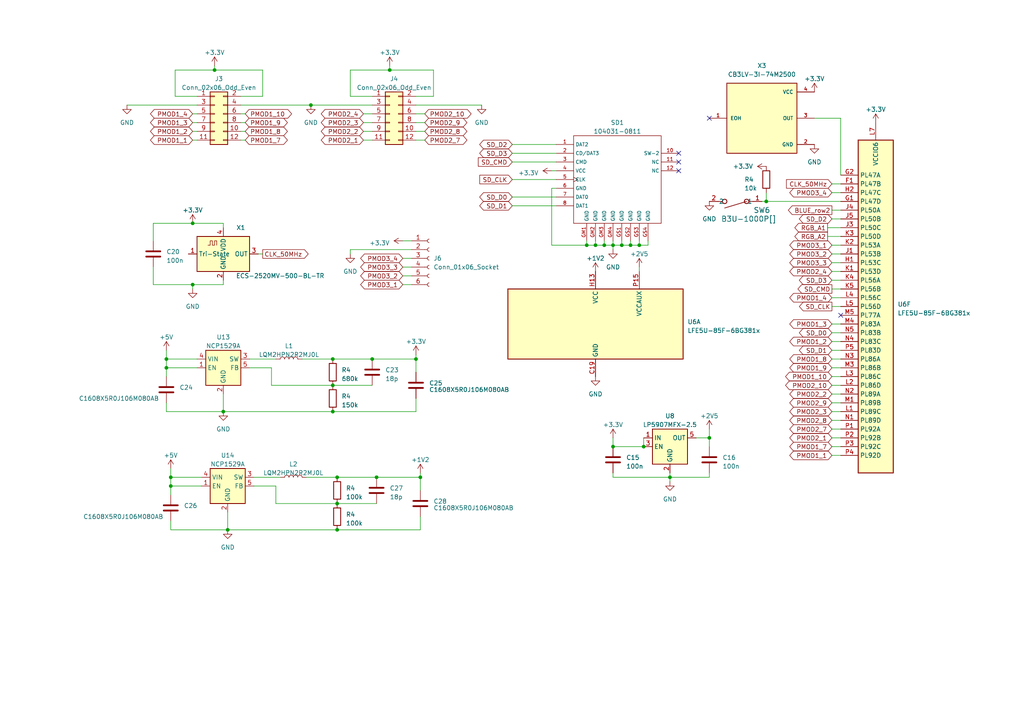
<source format=kicad_sch>
(kicad_sch (version 20230121) (generator eeschema)
  (paper "A4")
  (junction (at 120.65 104.14))
  (junction (at 180.34 71.12))
  (junction (at 194.31 138.43))
  (junction (at 222.25 58.42))
  (junction (at 177.8 71.12))
  (junction (at 113.03 20.32))
  (junction (at 96.52 111.76))
  (junction (at 185.42 71.12))
  (junction (at 121.92 138.43))
  (junction (at 177.8 129.54))
  (junction (at 48.26 104.14))
  (junction (at 186.69 129.54))
  (junction (at 97.79 138.43))
  (junction (at 49.53 138.43))
  (junction (at 96.52 119.38))
  (junction (at 90.17 30.48))
  (junction (at 109.22 138.43))
  (junction (at 64.77 119.38))
  (junction (at 66.04 153.67))
  (junction (at 97.79 146.05))
  (junction (at 107.95 104.14))
  (junction (at 172.72 71.12))
  (junction (at 49.53 140.97))
  (junction (at 205.74 127))
  (junction (at 170.18 71.12))
  (junction (at 62.23 20.32))
  (junction (at 182.88 71.12))
  (junction (at 55.88 64.77))
  (junction (at 97.79 153.67))
  (junction (at 96.52 104.14))
  (junction (at 48.26 106.68))
  (junction (at 55.88 82.55))
  (junction (at 175.26 71.12))
  (no_connect (at 243.84 91.44))
  (no_connect (at 196.85 44.45))
  (no_connect (at 196.85 49.53))
  (no_connect (at 205.74 34.29))
  (no_connect (at 196.85 46.99))
  (wire (pts (xy 49.53 135.89) (xy 49.53 138.43)))
  (wire (pts (xy 97.79 146.05) (xy 109.22 146.05)))
  (wire (pts (xy 243.84 34.29) (xy 243.84 50.8)))
  (wire (pts (xy 241.3 53.34) (xy 243.84 53.34)))
  (wire (pts (xy 241.3 78.74) (xy 243.84 78.74)))
  (wire (pts (xy 73.66 138.43) (xy 81.28 138.43)))
  (wire (pts (xy 64.77 119.38) (xy 96.52 119.38)))
  (wire (pts (xy 241.3 86.36) (xy 243.84 86.36)))
  (wire (pts (xy 73.66 140.97) (xy 80.01 140.97)))
  (wire (pts (xy 148.59 46.99) (xy 161.29 46.99)))
  (wire (pts (xy 205.74 138.43) (xy 194.31 138.43)))
  (wire (pts (xy 116.84 74.93) (xy 119.38 74.93)))
  (wire (pts (xy 121.92 138.43) (xy 109.22 138.43)))
  (wire (pts (xy 69.85 40.64) (xy 71.12 40.64)))
  (wire (pts (xy 241.3 124.46) (xy 243.84 124.46)))
  (wire (pts (xy 187.96 71.12) (xy 185.42 71.12)))
  (wire (pts (xy 205.74 127) (xy 205.74 129.54)))
  (wire (pts (xy 175.26 69.85) (xy 175.26 71.12)))
  (wire (pts (xy 175.26 71.12) (xy 172.72 71.12)))
  (wire (pts (xy 240.03 68.58) (xy 243.84 68.58)))
  (wire (pts (xy 125.73 20.32) (xy 125.73 27.94)))
  (wire (pts (xy 97.79 138.43) (xy 109.22 138.43)))
  (wire (pts (xy 241.3 114.3) (xy 243.84 114.3)))
  (wire (pts (xy 49.53 138.43) (xy 49.53 140.97)))
  (wire (pts (xy 241.3 129.54) (xy 243.84 129.54)))
  (wire (pts (xy 205.74 137.16) (xy 205.74 138.43)))
  (wire (pts (xy 240.03 66.04) (xy 243.84 66.04)))
  (wire (pts (xy 241.3 55.88) (xy 243.84 55.88)))
  (wire (pts (xy 58.42 140.97) (xy 49.53 140.97)))
  (wire (pts (xy 116.84 77.47) (xy 119.38 77.47)))
  (wire (pts (xy 170.18 71.12) (xy 170.18 69.85)))
  (wire (pts (xy 120.65 115.57) (xy 120.65 119.38)))
  (wire (pts (xy 55.88 64.77) (xy 44.45 64.77)))
  (wire (pts (xy 55.88 38.1) (xy 57.15 38.1)))
  (wire (pts (xy 185.42 69.85) (xy 185.42 71.12)))
  (wire (pts (xy 57.15 106.68) (xy 48.26 106.68)))
  (wire (pts (xy 90.17 30.48) (xy 107.95 30.48)))
  (wire (pts (xy 64.77 114.3) (xy 64.77 119.38)))
  (wire (pts (xy 241.3 121.92) (xy 243.84 121.92)))
  (wire (pts (xy 160.02 54.61) (xy 160.02 71.12)))
  (wire (pts (xy 76.2 20.32) (xy 76.2 27.94)))
  (wire (pts (xy 119.38 72.39) (xy 101.6 72.39)))
  (wire (pts (xy 107.95 27.94) (xy 101.6 27.94)))
  (wire (pts (xy 49.53 151.13) (xy 49.53 153.67)))
  (wire (pts (xy 194.31 138.43) (xy 194.31 137.16)))
  (wire (pts (xy 96.52 104.14) (xy 107.95 104.14)))
  (wire (pts (xy 241.3 93.98) (xy 243.84 93.98)))
  (wire (pts (xy 241.3 127) (xy 243.84 127)))
  (wire (pts (xy 72.39 104.14) (xy 80.01 104.14)))
  (wire (pts (xy 177.8 138.43) (xy 194.31 138.43)))
  (wire (pts (xy 55.88 40.64) (xy 57.15 40.64)))
  (wire (pts (xy 48.26 104.14) (xy 57.15 104.14)))
  (wire (pts (xy 120.65 102.87) (xy 120.65 104.14)))
  (wire (pts (xy 66.04 153.67) (xy 97.79 153.67)))
  (wire (pts (xy 177.8 69.85) (xy 177.8 71.12)))
  (wire (pts (xy 241.3 83.82) (xy 243.84 83.82)))
  (wire (pts (xy 177.8 71.12) (xy 175.26 71.12)))
  (wire (pts (xy 36.83 30.48) (xy 57.15 30.48)))
  (wire (pts (xy 116.84 82.55) (xy 119.38 82.55)))
  (wire (pts (xy 241.3 99.06) (xy 243.84 99.06)))
  (wire (pts (xy 185.42 77.47) (xy 185.42 78.74)))
  (wire (pts (xy 69.85 30.48) (xy 90.17 30.48)))
  (wire (pts (xy 49.53 138.43) (xy 58.42 138.43)))
  (wire (pts (xy 201.93 127) (xy 205.74 127)))
  (wire (pts (xy 78.74 106.68) (xy 78.74 111.76)))
  (wire (pts (xy 105.41 35.56) (xy 107.95 35.56)))
  (wire (pts (xy 69.85 38.1) (xy 71.12 38.1)))
  (wire (pts (xy 74.93 73.66) (xy 76.2 73.66)))
  (wire (pts (xy 236.22 34.29) (xy 243.84 34.29)))
  (wire (pts (xy 101.6 20.32) (xy 113.03 20.32)))
  (wire (pts (xy 241.3 81.28) (xy 243.84 81.28)))
  (wire (pts (xy 180.34 69.85) (xy 180.34 71.12)))
  (wire (pts (xy 120.65 33.02) (xy 123.19 33.02)))
  (wire (pts (xy 48.26 106.68) (xy 48.26 109.22)))
  (wire (pts (xy 87.63 104.14) (xy 96.52 104.14)))
  (wire (pts (xy 241.3 106.68) (xy 243.84 106.68)))
  (wire (pts (xy 69.85 35.56) (xy 71.12 35.56)))
  (wire (pts (xy 241.3 116.84) (xy 243.84 116.84)))
  (wire (pts (xy 241.3 96.52) (xy 243.84 96.52)))
  (wire (pts (xy 44.45 82.55) (xy 44.45 77.47)))
  (wire (pts (xy 101.6 27.94) (xy 101.6 20.32)))
  (wire (pts (xy 160.02 49.53) (xy 161.29 49.53)))
  (wire (pts (xy 172.72 69.85) (xy 172.72 71.12)))
  (wire (pts (xy 69.85 33.02) (xy 71.12 33.02)))
  (wire (pts (xy 185.42 71.12) (xy 182.88 71.12)))
  (wire (pts (xy 76.2 27.94) (xy 69.85 27.94)))
  (wire (pts (xy 120.65 104.14) (xy 107.95 104.14)))
  (wire (pts (xy 241.3 60.96) (xy 243.84 60.96)))
  (wire (pts (xy 50.8 20.32) (xy 62.23 20.32)))
  (wire (pts (xy 48.26 101.6) (xy 48.26 104.14)))
  (wire (pts (xy 241.3 111.76) (xy 243.84 111.76)))
  (wire (pts (xy 241.3 63.5) (xy 243.84 63.5)))
  (wire (pts (xy 222.25 58.42) (xy 243.84 58.42)))
  (wire (pts (xy 148.59 52.07) (xy 161.29 52.07)))
  (wire (pts (xy 220.98 58.42) (xy 222.25 58.42)))
  (wire (pts (xy 241.3 132.08) (xy 243.84 132.08)))
  (wire (pts (xy 113.03 20.32) (xy 125.73 20.32)))
  (wire (pts (xy 105.41 38.1) (xy 107.95 38.1)))
  (wire (pts (xy 148.59 44.45) (xy 161.29 44.45)))
  (wire (pts (xy 241.3 104.14) (xy 243.84 104.14)))
  (wire (pts (xy 64.77 81.28) (xy 64.77 82.55)))
  (wire (pts (xy 49.53 140.97) (xy 49.53 143.51)))
  (wire (pts (xy 120.65 119.38) (xy 96.52 119.38)))
  (wire (pts (xy 72.39 106.68) (xy 78.74 106.68)))
  (wire (pts (xy 96.52 111.76) (xy 107.95 111.76)))
  (wire (pts (xy 121.92 137.16) (xy 121.92 138.43)))
  (wire (pts (xy 177.8 137.16) (xy 177.8 138.43)))
  (wire (pts (xy 55.88 33.02) (xy 57.15 33.02)))
  (wire (pts (xy 121.92 149.86) (xy 121.92 153.67)))
  (wire (pts (xy 194.31 139.7) (xy 194.31 138.43)))
  (wire (pts (xy 125.73 27.94) (xy 120.65 27.94)))
  (wire (pts (xy 116.84 80.01) (xy 119.38 80.01)))
  (wire (pts (xy 241.3 88.9) (xy 243.84 88.9)))
  (wire (pts (xy 80.01 140.97) (xy 80.01 146.05)))
  (wire (pts (xy 182.88 69.85) (xy 182.88 71.12)))
  (wire (pts (xy 55.88 82.55) (xy 44.45 82.55)))
  (wire (pts (xy 241.3 101.6) (xy 243.84 101.6)))
  (wire (pts (xy 55.88 82.55) (xy 55.88 83.82)))
  (wire (pts (xy 66.04 148.59) (xy 66.04 153.67)))
  (wire (pts (xy 113.03 19.05) (xy 113.03 20.32)))
  (wire (pts (xy 50.8 27.94) (xy 50.8 20.32)))
  (wire (pts (xy 241.3 119.38) (xy 243.84 119.38)))
  (wire (pts (xy 48.26 116.84) (xy 48.26 119.38)))
  (wire (pts (xy 78.74 111.76) (xy 96.52 111.76)))
  (wire (pts (xy 241.3 109.22) (xy 243.84 109.22)))
  (wire (pts (xy 64.77 82.55) (xy 55.88 82.55)))
  (wire (pts (xy 62.23 20.32) (xy 76.2 20.32)))
  (wire (pts (xy 105.41 40.64) (xy 107.95 40.64)))
  (wire (pts (xy 241.3 71.12) (xy 243.84 71.12)))
  (wire (pts (xy 105.41 33.02) (xy 107.95 33.02)))
  (wire (pts (xy 121.92 142.24) (xy 121.92 138.43)))
  (wire (pts (xy 120.65 40.64) (xy 123.19 40.64)))
  (wire (pts (xy 177.8 129.54) (xy 186.69 129.54)))
  (wire (pts (xy 101.6 72.39) (xy 101.6 73.66)))
  (wire (pts (xy 48.26 119.38) (xy 64.77 119.38)))
  (wire (pts (xy 64.77 64.77) (xy 55.88 64.77)))
  (wire (pts (xy 120.65 35.56) (xy 123.19 35.56)))
  (wire (pts (xy 120.65 107.95) (xy 120.65 104.14)))
  (wire (pts (xy 177.8 127) (xy 177.8 129.54)))
  (wire (pts (xy 120.65 30.48) (xy 139.7 30.48)))
  (wire (pts (xy 116.84 69.85) (xy 119.38 69.85)))
  (wire (pts (xy 187.96 69.85) (xy 187.96 71.12)))
  (wire (pts (xy 80.01 146.05) (xy 97.79 146.05)))
  (wire (pts (xy 222.25 55.88) (xy 222.25 58.42)))
  (wire (pts (xy 55.88 35.56) (xy 57.15 35.56)))
  (wire (pts (xy 205.74 124.46) (xy 205.74 127)))
  (wire (pts (xy 161.29 54.61) (xy 160.02 54.61)))
  (wire (pts (xy 64.77 66.04) (xy 64.77 64.77)))
  (wire (pts (xy 241.3 73.66) (xy 243.84 73.66)))
  (wire (pts (xy 241.3 76.2) (xy 243.84 76.2)))
  (wire (pts (xy 160.02 71.12) (xy 170.18 71.12)))
  (wire (pts (xy 177.8 71.12) (xy 177.8 72.39)))
  (wire (pts (xy 44.45 64.77) (xy 44.45 69.85)))
  (wire (pts (xy 186.69 127) (xy 186.69 129.54)))
  (wire (pts (xy 182.88 71.12) (xy 180.34 71.12)))
  (wire (pts (xy 57.15 27.94) (xy 50.8 27.94)))
  (wire (pts (xy 49.53 153.67) (xy 66.04 153.67)))
  (wire (pts (xy 148.59 59.69) (xy 161.29 59.69)))
  (wire (pts (xy 180.34 71.12) (xy 177.8 71.12)))
  (wire (pts (xy 148.59 57.15) (xy 161.29 57.15)))
  (wire (pts (xy 62.23 19.05) (xy 62.23 20.32)))
  (wire (pts (xy 148.59 41.91) (xy 161.29 41.91)))
  (wire (pts (xy 48.26 104.14) (xy 48.26 106.68)))
  (wire (pts (xy 120.65 38.1) (xy 123.19 38.1)))
  (wire (pts (xy 172.72 71.12) (xy 170.18 71.12)))
  (wire (pts (xy 88.9 138.43) (xy 97.79 138.43)))
  (wire (pts (xy 121.92 153.67) (xy 97.79 153.67)))
  (global_label "SD_D3" (shape bidirectional) (at 148.59 44.45 180) (property "Intersheetrefs" "${INTERSHEET_REFS}" (effects hide)))
  (global_label "SD_D1" (shape bidirectional) (at 241.3 101.6 180) (property "Intersheetrefs" "${INTERSHEET_REFS}" (effects hide)))
  (global_label "PMOD3_4" (shape bidirectional) (at 241.3 55.88 180) (property "Intersheetrefs" "${INTERSHEET_REFS}" (effects hide)))
  (global_label "PMOD1_10" (shape bidirectional) (at 71.12 33.02 0) (property "Intersheetrefs" "${INTERSHEET_REFS}" (effects hide)))
  (global_label "PMOD1_8" (shape bidirectional) (at 241.3 104.14 180) (property "Intersheetrefs" "${INTERSHEET_REFS}" (effects hide)))
  (global_label "CLK_50MHz" (shape output) (at 76.2 73.66 0) (property "Intersheetrefs" "${INTERSHEET_REFS}" (effects hide)))
  (global_label "PMOD2_8" (shape bidirectional) (at 241.3 121.92 180) (property "Intersheetrefs" "${INTERSHEET_REFS}" (effects hide)))
  (global_label "SD_D2" (shape bidirectional) (at 148.59 41.91 180) (property "Intersheetrefs" "${INTERSHEET_REFS}" (effects hide)))
  (global_label "PMOD1_1" (shape bidirectional) (at 241.3 132.08 180) (property "Intersheetrefs" "${INTERSHEET_REFS}" (effects hide)))
  (global_label "SD_CLK" (shape input) (at 148.59 52.07 180) (property "Intersheetrefs" "${INTERSHEET_REFS}" (effects hide)))
  (global_label "PMOD2_1" (shape bidirectional) (at 241.3 127 180) (property "Intersheetrefs" "${INTERSHEET_REFS}" (effects hide)))
  (global_label "SD_D1" (shape bidirectional) (at 148.59 59.69 180) (property "Intersheetrefs" "${INTERSHEET_REFS}" (effects hide)))
  (global_label "PMOD3_3" (shape bidirectional) (at 241.3 76.2 180) (property "Intersheetrefs" "${INTERSHEET_REFS}" (effects hide)))
  (global_label "RGB_A1" (shape output) (at 240.03 66.04 180) (property "Intersheetrefs" "${INTERSHEET_REFS}" (effects hide)))
  (global_label "SD_CLK" (shape output) (at 241.3 88.9 180) (property "Intersheetrefs" "${INTERSHEET_REFS}" (effects hide)))
  (global_label "PMOD2_4" (shape bidirectional) (at 105.41 33.02 180) (property "Intersheetrefs" "${INTERSHEET_REFS}" (effects hide)))
  (global_label "PMOD2_4" (shape bidirectional) (at 241.3 78.74 180) (property "Intersheetrefs" "${INTERSHEET_REFS}" (effects hide)))
  (global_label "PMOD2_8" (shape bidirectional) (at 123.19 38.1 0) (property "Intersheetrefs" "${INTERSHEET_REFS}" (effects hide)))
  (global_label "PMOD2_2" (shape bidirectional) (at 105.41 38.1 180) (property "Intersheetrefs" "${INTERSHEET_REFS}" (effects hide)))
  (global_label "PMOD2_9" (shape bidirectional) (at 123.19 35.56 0) (property "Intersheetrefs" "${INTERSHEET_REFS}" (effects hide)))
  (global_label "PMOD1_7" (shape bidirectional) (at 71.12 40.64 0) (property "Intersheetrefs" "${INTERSHEET_REFS}" (effects hide)))
  (global_label "PMOD2_7" (shape bidirectional) (at 123.19 40.64 0) (property "Intersheetrefs" "${INTERSHEET_REFS}" (effects hide)))
  (global_label "PMOD1_3" (shape bidirectional) (at 55.88 35.56 180) (property "Intersheetrefs" "${INTERSHEET_REFS}" (effects hide)))
  (global_label "PMOD2_10" (shape bidirectional) (at 241.3 111.76 180) (property "Intersheetrefs" "${INTERSHEET_REFS}" (effects hide)))
  (global_label "PMOD1_7" (shape bidirectional) (at 241.3 129.54 180) (property "Intersheetrefs" "${INTERSHEET_REFS}" (effects hide)))
  (global_label "PMOD3_3" (shape bidirectional) (at 116.84 77.47 180) (property "Intersheetrefs" "${INTERSHEET_REFS}" (effects hide)))
  (global_label "RGB_A2" (shape output) (at 240.03 68.58 180) (property "Intersheetrefs" "${INTERSHEET_REFS}" (effects hide)))
  (global_label "PMOD2_3" (shape bidirectional) (at 241.3 119.38 180) (property "Intersheetrefs" "${INTERSHEET_REFS}" (effects hide)))
  (global_label "PMOD1_9" (shape bidirectional) (at 71.12 35.56 0) (property "Intersheetrefs" "${INTERSHEET_REFS}" (effects hide)))
  (global_label "SD_CMD" (shape input) (at 148.59 46.99 180) (property "Intersheetrefs" "${INTERSHEET_REFS}" (effects hide)))
  (global_label "PMOD1_4" (shape bidirectional) (at 55.88 33.02 180) (property "Intersheetrefs" "${INTERSHEET_REFS}" (effects hide)))
  (global_label "SD_D3" (shape bidirectional) (at 241.3 81.28 180) (property "Intersheetrefs" "${INTERSHEET_REFS}" (effects hide)))
  (global_label "PMOD3_1" (shape bidirectional) (at 241.3 71.12 180) (property "Intersheetrefs" "${INTERSHEET_REFS}" (effects hide)))
  (global_label "SD_D0" (shape bidirectional) (at 241.3 96.52 180) (property "Intersheetrefs" "${INTERSHEET_REFS}" (effects hide)))
  (global_label "PMOD2_10" (shape bidirectional) (at 123.19 33.02 0) (property "Intersheetrefs" "${INTERSHEET_REFS}" (effects hide)))
  (global_label "PMOD2_2" (shape bidirectional) (at 241.3 114.3 180) (property "Intersheetrefs" "${INTERSHEET_REFS}" (effects hide)))
  (global_label "PMOD3_1" (shape bidirectional) (at 116.84 82.55 180) (property "Intersheetrefs" "${INTERSHEET_REFS}" (effects hide)))
  (global_label "PMOD1_1" (shape bidirectional) (at 55.88 40.64 180) (property "Intersheetrefs" "${INTERSHEET_REFS}" (effects hide)))
  (global_label "PMOD1_8" (shape bidirectional) (at 71.12 38.1 0) (property "Intersheetrefs" "${INTERSHEET_REFS}" (effects hide)))
  (global_label "PMOD3_4" (shape bidirectional) (at 116.84 74.93 180) (property "Intersheetrefs" "${INTERSHEET_REFS}" (effects hide)))
  (global_label "PMOD1_4" (shape bidirectional) (at 241.3 86.36 180) (property "Intersheetrefs" "${INTERSHEET_REFS}" (effects hide)))
  (global_label "PMOD3_2" (shape bidirectional) (at 241.3 73.66 180) (property "Intersheetrefs" "${INTERSHEET_REFS}" (effects hide)))
  (global_label "SD_CMD" (shape output) (at 241.3 83.82 180) (property "Intersheetrefs" "${INTERSHEET_REFS}" (effects hide)))
  (global_label "SD_D2" (shape bidirectional) (at 241.3 63.5 180) (property "Intersheetrefs" "${INTERSHEET_REFS}" (effects hide)))
  (global_label "PMOD1_10" (shape bidirectional) (at 241.3 109.22 180) (property "Intersheetrefs" "${INTERSHEET_REFS}" (effects hide)))
  (global_label "PMOD2_1" (shape bidirectional) (at 105.41 40.64 180) (property "Intersheetrefs" "${INTERSHEET_REFS}" (effects hide)))
  (global_label "PMOD3_2" (shape bidirectional) (at 116.84 80.01 180) (property "Intersheetrefs" "${INTERSHEET_REFS}" (effects hide)))
  (global_label "PMOD1_9" (shape bidirectional) (at 241.3 106.68 180) (property "Intersheetrefs" "${INTERSHEET_REFS}" (effects hide)))
  (global_label "CLK_50MHz" (shape input) (at 241.3 53.34 180) (property "Intersheetrefs" "${INTERSHEET_REFS}" (effects hide)))
  (global_label "PMOD1_3" (shape bidirectional) (at 241.3 93.98 180) (property "Intersheetrefs" "${INTERSHEET_REFS}" (effects hide)))
  (global_label "SD_D0" (shape bidirectional) (at 148.59 57.15 180) (property "Intersheetrefs" "${INTERSHEET_REFS}" (effects hide)))
  (global_label "PMOD1_2" (shape bidirectional) (at 241.3 99.06 180) (property "Intersheetrefs" "${INTERSHEET_REFS}" (effects hide)))
  (global_label "BLUE_row2" (shape output) (at 241.3 60.96 180) (property "Intersheetrefs" "${INTERSHEET_REFS}" (effects hide)))
  (global_label "PMOD2_9" (shape bidirectional) (at 241.3 116.84 180) (property "Intersheetrefs" "${INTERSHEET_REFS}" (effects hide)))
  (global_label "PMOD2_7" (shape bidirectional) (at 241.3 124.46 180) (property "Intersheetrefs" "${INTERSHEET_REFS}" (effects hide)))
  (global_label "PMOD1_2" (shape bidirectional) (at 55.88 38.1 180) (property "Intersheetrefs" "${INTERSHEET_REFS}" (effects hide)))
  (global_label "PMOD2_3" (shape bidirectional) (at 105.41 35.56 180) (property "Intersheetrefs" "${INTERSHEET_REFS}" (effects hide)))
  (symbol (lib_id "power:+3.3V") (at 116.84 69.85 90) (unit 1)
    (property "Reference" "#PWR052" (effects hide))
    (property "Value" "+3.3V" (at 113.03 70.485 90) (effects (justify left)))
  )
  (symbol (lib_id "Device:R") (at 222.25 52.07 0) (unit 1)
    (property "Reference" "R4" (at 215.9 52.07 0) (effects (justify left)))
    (property "Value" "10k" (at 215.9 54.61 0) (effects (justify left)))
    (property "Footprint" "Resistor_SMD:R_0402_1005Metric" (effects hide))
    (instances (project "gecko5education" (path "" (reference "R4") (unit 1)) (path "" (reference "R4") (unit 1)) (path "" (reference "R16") (unit 1))))
  )
  (symbol (lib_id "power:+3.3V") (at 160.02 49.53 90) (unit 1)
    (property "Reference" "#PWR055" (effects hide))
    (property "Value" "+3.3V" (at 156.21 50.165 90) (effects (justify left)))
  )
  (symbol (lib_id "power:GND") (at 101.6 73.66 0) (unit 1)
    (property "Reference" "#PWR053" (effects hide))
    (property "Value" "GND" (at 101.6 78.74 0))
  )
  (symbol (lib_id "Device:C") (at 44.45 73.66 0) (unit 1)
    (property "Reference" "C20" (at 48.26 73.025 0) (effects (justify left)))
    (property "Value" "100n" (at 48.26 75.565 0) (effects (justify left)))
    (property "Footprint" "Capacitor_SMD:C_0402_1005Metric" (effects hide))
  )
  (symbol (lib_id "power:GND") (at 55.88 83.82 0) (unit 1)
    (property "Reference" "#PWR051" (effects hide))
    (property "Value" "GND" (at 55.88 88.9 0))
  )
  (symbol (lib_id "Oscillator:ECS-2520MV-xxx-xx") (at 64.77 73.66 0) (unit 1)
    (property "Reference" "X1" (at 69.85 66.04 0))
    (property "Value" "ECS-2520MV-500-BL-TR" (at 81.28 80.01 0))
    (property "Footprint" "Oscillator:Oscillator_SMD_ECS_2520MV-xxx-xx-4Pin_2.5x2.0mm" (effects hide))
    (property "Datasheet" "https://www.ecsxtal.com/store/pdf/ECS-2520MV.pdf" (effects hide))
    (instances (project "gecko5education" (path "" (reference "X1") (unit 1)) (path "" (reference "X2") (unit 1))))
  )
  (symbol (lib_id "Connector:Conn_01x06_Socket") (at 124.46 74.93 0) (unit 1)
    (property "Reference" "J6" (at 125.73 74.93 0) (effects (justify left)))
    (property "Value" "Conn_01x06_Socket" (at 125.73 77.47 0) (effects (justify left)))
    (property "Footprint" "Connector_PinSocket_2.54mm:PinSocket_1x06_P2.54mm_Horizontal" (effects hide))
  )
  (symbol (lib_id "power:GND") (at 236.22 41.91 0) (unit 1)
    (property "Reference" "#PWR077" (effects hide))
    (property "Value" "GND" (at 236.22 46.99 0))
  )
  (symbol (lib_id "power:+3.3V") (at 222.25 48.26 90) (unit 1)
    (property "Reference" "#PWR095" (effects hide))
    (property "Value" "+3.3V" (at 218.44 48.26 90) (effects (justify left)))
  )
  (symbol (lib_id "Connector_Generic:Conn_02x06_Odd_Even") (at 113.03 33.02 0) (unit 1)
    (property "Reference" "J4" (at 114.3 22.86 0))
    (property "Value" "Conn_02x06_Odd_Even" (at 114.3 25.4 0))
    (property "Footprint" "Connector_PinSocket_2.54mm:PinSocket_2x06_P2.54mm_Horizontal" (effects hide))
  )
  (symbol (lib_id "gecko5education:CB3LV-3I-74M2500") (at 220.98 34.29 0) (unit 1)
    (property "Reference" "X3" (at 220.98 19.05 0))
    (property "Value" "CB3LV-3I-74M2500" (at 220.98 21.59 0))
    (property "Footprint" "gecko4education:OSCCC700X500X180-4N" (effects hide))
    (property "SnapEDA_Link" "https://www.snapeda.com/parts/CB3LV-3I-74M2500/CTS-Frequency+Controls/view-part/?ref=snap" (effects hide))
    (property "Description" "\n74.25 MHz XO (Standard) HCMOS, TTL Oscillator 3.3V Enable/Disable 4-SMD, No Lead\n" (effects hide))
    (property "Package" "SMD-4 CTS Electronic Components" (effects hide))
    (property "Check_prices" "https://www.snapeda.com/parts/CB3LV-3I-74M2500/CTS-Frequency+Controls/view-part/?ref=eda" (effects hide))
    (property "MF" "CTS-Frequency" (effects hide))
    (property "MP" "CB3LV-3I-74M2500" (effects hide))
    (property "MANUFACTURER" "CTS Electronic Components" (effects hide))
  )
  (symbol (lib_id "power:+1V2") (at 172.72 78.74 0) (unit 1)
    (property "Reference" "#PWR088" (effects hide))
    (property "Value" "+1V2" (at 172.72 74.93 0))
  )
  (symbol (lib_id "Device:L") (at 85.09 138.43 90) (unit 1)
    (property "Reference" "L2" (at 85.09 134.62 90))
    (property "Value" "LQM2HPN2R2MJ0L" (at 85.09 137.16 90))
    (property "Footprint" "gecko4education:INDUCTOR" (effects hide))
  )
  (symbol (lib_id "FPGA_Lattice:LFE5U-85F-6BG381x") (at 254 88.9 0) (unit 6)
    (property "Reference" "U6" (at 260.35 88.265 0) (effects (justify left)))
    (property "Value" "LFE5U-85F-6BG381x" (at 260.35 90.805 0) (effects (justify left)))
    (property "Footprint" "Package_BGA:Lattice_caBGA-381_17.0x17.0mm_Layout20x20_P0.8mm_Ball0.4mm_Pad0.4mm_NSMD" (effects hide))
    (property "Datasheet" "https://www.latticesemi.com/view_document?document_id=50461" (effects hide))
  )
  (symbol (lib_id "power:+2V5") (at 185.42 77.47 0) (unit 1)
    (property "Reference" "#PWR039" (effects hide))
    (property "Value" "+2V5" (at 185.42 73.66 0))
  )
  (symbol (lib_id "Device:C") (at 177.8 133.35 0) (unit 1)
    (property "Reference" "C15" (at 181.61 132.715 0) (effects (justify left)))
    (property "Value" "100n" (at 181.61 135.255 0) (effects (justify left)))
    (property "Footprint" "Capacitor_SMD:C_0402_1005Metric" (effects hide))
  )
  (symbol (lib_id "power:GND") (at 194.31 139.7 0) (unit 1)
    (property "Reference" "#PWR036" (effects hide))
    (property "Value" "GND" (at 194.31 144.78 0))
  )
  (symbol (lib_id "Regulator_Switching:NCP1529A") (at 66.04 140.97 0) (unit 1)
    (property "Reference" "U14" (at 66.04 132.08 0))
    (property "Value" "NCP1529A" (at 66.04 134.62 0))
    (property "Footprint" "Package_TO_SOT_SMD:SOT-23-5" (effects hide))
    (property "Datasheet" "https://www.onsemi.com/pub/Collateral/NCP1529-D.PDF" (effects hide))
  )
  (symbol (lib_id "Device:C") (at 205.74 133.35 0) (unit 1)
    (property "Reference" "C16" (at 209.55 132.715 0) (effects (justify left)))
    (property "Value" "100n" (at 209.55 135.255 0) (effects (justify left)))
    (property "Footprint" "Capacitor_SMD:C_0402_1005Metric" (effects hide))
  )
  (symbol (lib_id "power:GND") (at 66.04 153.67 0) (unit 1)
    (property "Reference" "#PWR086" (effects hide))
    (property "Value" "GND" (at 66.04 158.75 0))
  )
  (symbol (lib_id "Device:R") (at 96.52 107.95 0) (unit 1)
    (property "Reference" "R4" (at 99.06 107.315 0) (effects (justify left)))
    (property "Value" "680k" (at 99.06 109.855 0) (effects (justify left)))
    (property "Footprint" "Resistor_SMD:R_0402_1005Metric" (effects hide))
    (instances (project "gecko5education" (path "" (reference "R4") (unit 1)) (path "" (reference "R4") (unit 1)) (path "" (reference "R110") (unit 1))))
  )
  (symbol (lib_id "Connector_Generic:Conn_02x06_Odd_Even") (at 62.23 33.02 0) (unit 1)
    (property "Reference" "J3" (at 63.5 22.86 0))
    (property "Value" "Conn_02x06_Odd_Even" (at 63.5 25.4 0))
    (property "Footprint" "Connector_PinSocket_2.54mm:PinSocket_2x06_P2.54mm_Horizontal" (effects hide))
  )
  (symbol (lib_id "Device:R") (at 97.79 149.86 0) (unit 1)
    (property "Reference" "R4" (at 100.33 149.225 0) (effects (justify left)))
    (property "Value" "100k" (at 100.33 151.765 0) (effects (justify left)))
    (property "Footprint" "Resistor_SMD:R_0402_1005Metric" (effects hide))
    (instances (project "gecko5education" (path "" (reference "R4") (unit 1)) (path "" (reference "R4") (unit 1)) (path "" (reference "R113") (unit 1))))
  )
  (symbol (lib_id "power:GND") (at 139.7 30.48 0) (unit 1)
    (property "Reference" "#PWR033" (effects hide))
    (property "Value" "GND" (at 139.7 35.56 0))
  )
  (symbol (lib_id "Device:R") (at 97.79 142.24 0) (unit 1)
    (property "Reference" "R4" (at 100.33 141.605 0) (effects (justify left)))
    (property "Value" "100k" (at 100.33 144.145 0) (effects (justify left)))
    (property "Footprint" "Resistor_SMD:R_0402_1005Metric" (effects hide))
    (instances (project "gecko5education" (path "" (reference "R4") (unit 1)) (path "" (reference "R4") (unit 1)) (path "" (reference "R112") (unit 1))))
  )
  (symbol (lib_id "power:GND") (at 177.8 72.39 0) (unit 1)
    (property "Reference" "#PWR054" (effects hide))
    (property "Value" "GND" (at 177.8 77.47 0))
  )
  (symbol (lib_id "power:GND") (at 36.83 30.48 0) (unit 1)
    (property "Reference" "#PWR032" (effects hide))
    (property "Value" "GND" (at 36.83 35.56 0))
  )
  (symbol (lib_id "power:+2V5") (at 205.74 124.46 0) (unit 1)
    (property "Reference" "#PWR038" (effects hide))
    (property "Value" "+2V5" (at 205.74 120.65 0))
  )
  (symbol (lib_id "gecko5education:micro_sd") (at 179.07 41.91 0) (unit 1)
    (property "Reference" "SD1" (at 179.07 35.56 0))
    (property "Value" "104031-0811" (at 179.07 38.1 0))
    (property "Footprint" "gecko4education:microsd" (effects hide))
  )
  (symbol (lib_id "Device:C") (at 48.26 113.03 0) (unit 1)
    (property "Reference" "C24" (at 52.07 112.395 0) (effects (justify left)))
    (property "Value" "C1608X5R0J106M080AB" (at 22.86 115.57 0) (effects (justify left)))
    (property "Footprint" "Capacitor_SMD:C_0603_1608Metric" (effects hide))
  )
  (symbol (lib_id "power:GND") (at 172.72 109.22 0) (unit 1)
    (property "Reference" "#PWR035" (effects hide))
    (property "Value" "GND" (at 172.72 114.3 0))
  )
  (symbol (lib_id "power:+3.3V") (at 55.88 64.77 0) (unit 1)
    (property "Reference" "#PWR050" (effects hide))
    (property "Value" "+3.3V" (at 55.88 60.96 0))
  )
  (symbol (lib_id "power:GND") (at 64.77 119.38 0) (unit 1)
    (property "Reference" "#PWR082" (effects hide))
    (property "Value" "GND" (at 64.77 124.46 0))
  )
  (symbol (lib_id "Device:C") (at 120.65 111.76 0) (unit 1)
    (property "Reference" "C25" (at 124.46 111.125 0) (effects (justify left)))
    (property "Value" "C1608X5R0J106M080AB" (at 124.46 113.03 0) (effects (justify left)))
    (property "Footprint" "Capacitor_SMD:C_0603_1608Metric" (effects hide))
  )
  (symbol (lib_id "power:GND") (at 90.17 30.48 0) (unit 1)
    (property "Reference" "#PWR031" (effects hide))
    (property "Value" "GND" (at 90.17 35.56 0))
  )
  (symbol (lib_id "power:+1V2") (at 121.92 137.16 0) (unit 1)
    (property "Reference" "#PWR087" (effects hide))
    (property "Value" "+1V2" (at 121.92 133.35 0))
  )
  (symbol (lib_id "Device:R") (at 96.52 115.57 0) (unit 1)
    (property "Reference" "R4" (at 99.06 114.935 0) (effects (justify left)))
    (property "Value" "150k" (at 99.06 117.475 0) (effects (justify left)))
    (property "Footprint" "Resistor_SMD:R_0402_1005Metric" (effects hide))
    (instances (project "gecko5education" (path "" (reference "R4") (unit 1)) (path "" (reference "R4") (unit 1)) (path "" (reference "R111") (unit 1))))
  )
  (symbol (lib_id "power:+3.3V") (at 177.8 127 0) (unit 1)
    (property "Reference" "#PWR037" (effects hide))
    (property "Value" "+3.3V" (at 177.8 123.19 0))
  )
  (symbol (lib_id "Regulator_Linear:LP5907MFX-2.5") (at 194.31 129.54 0) (unit 1)
    (property "Reference" "U8" (at 194.31 120.65 0))
    (property "Value" "LP5907MFX-2.5" (at 194.31 123.19 0))
    (property "Footprint" "Package_TO_SOT_SMD:SOT-23-5" (effects hide))
    (property "Datasheet" "http://www.ti.com/lit/ds/symlink/lp5907.pdf" (effects hide))
  )
  (symbol (lib_id "power:+3.3V") (at 254 35.56 0) (unit 1)
    (property "Reference" "#PWR049" (effects hide))
    (property "Value" "+3.3V" (at 254 31.75 0))
  )
  (symbol (lib_id "power:+3.3V") (at 113.03 19.05 0) (unit 1)
    (property "Reference" "#PWR030" (effects hide))
    (property "Value" "+3.3V" (at 113.03 15.24 0))
  )
  (symbol (lib_id "power:GND") (at 205.74 58.42 0) (unit 1)
    (property "Reference" "#PWR093" (effects hide))
    (property "Value" "GND" (at 205.74 63.5 0))
  )
  (symbol (lib_id "Device:C") (at 49.53 147.32 0) (unit 1)
    (property "Reference" "C26" (at 53.34 146.685 0) (effects (justify left)))
    (property "Value" "C1608X5R0J106M080AB" (at 24.13 149.86 0) (effects (justify left)))
    (property "Footprint" "Capacitor_SMD:C_0603_1608Metric" (effects hide))
  )
  (symbol (lib_id "power:+3.3V") (at 120.65 102.87 0) (unit 1)
    (property "Reference" "#PWR084" (effects hide))
    (property "Value" "+3.3V" (at 120.65 99.06 0))
  )
  (symbol (lib_id "power:+5V") (at 49.53 135.89 0) (unit 1)
    (property "Reference" "#PWR085" (effects hide))
    (property "Value" "+5V" (at 49.53 132.08 0))
  )
  (symbol (lib_id "Device:C") (at 121.92 146.05 0) (unit 1)
    (property "Reference" "C28" (at 125.73 145.415 0) (effects (justify left)))
    (property "Value" "C1608X5R0J106M080AB" (at 125.73 147.32 0) (effects (justify left)))
    (property "Footprint" "Capacitor_SMD:C_0603_1608Metric" (effects hide))
  )
  (symbol (lib_id "power:+3.3V") (at 62.23 19.05 0) (unit 1)
    (property "Reference" "#PWR029" (effects hide))
    (property "Value" "+3.3V" (at 62.23 15.24 0))
  )
  (symbol (lib_id "gecko5education:B3U-1000P[]") (at 205.74 58.42 0) (unit 1)
    (property "Reference" "SW6" (at 220.98 60.96 0) (effects (font (size 1.524 1.524))))
    (property "Value" "B3U-1000P[]" (at 217.17 63.5 0) (effects (font (size 1.524 1.524))))
    (property "Footprint" "gecko4education:SW_B3U-1000P_OMR" (effects hide))
    (property "Datasheet" "B3U-1000P[]" (effects hide))
  )
  (symbol (lib_id "Device:C") (at 109.22 142.24 0) (unit 1)
    (property "Reference" "C27" (at 113.03 141.605 0) (effects (justify left)))
    (property "Value" "18p" (at 113.03 144.145 0) (effects (justify left)))
    (property "Footprint" "Capacitor_SMD:C_0402_1005Metric" (effects hide))
  )
  (symbol (lib_id "Regulator_Switching:NCP1529A") (at 64.77 106.68 0) (unit 1)
    (property "Reference" "U13" (at 64.77 97.79 0))
    (property "Value" "NCP1529A" (at 64.77 100.33 0))
    (property "Footprint" "Package_TO_SOT_SMD:SOT-23-5" (effects hide))
    (property "Datasheet" "https://www.onsemi.com/pub/Collateral/NCP1529-D.PDF" (effects hide))
  )
  (symbol (lib_id "FPGA_Lattice:LFE5U-85F-6BG381x") (at 172.72 93.98 0) (unit 1)
    (property "Reference" "U6" (at 199.39 93.345 0) (effects (justify left)))
    (property "Value" "LFE5U-85F-6BG381x" (at 199.39 95.885 0) (effects (justify left)))
    (property "Footprint" "Package_BGA:Lattice_caBGA-381_17.0x17.0mm_Layout20x20_P0.8mm_Ball0.4mm_Pad0.4mm_NSMD" (effects hide))
    (property "Datasheet" "https://www.latticesemi.com/view_document?document_id=50461" (effects hide))
  )
  (symbol (lib_id "Device:C") (at 107.95 107.95 0) (unit 1)
    (property "Reference" "C23" (at 111.76 107.315 0) (effects (justify left)))
    (property "Value" "18p" (at 111.76 109.855 0) (effects (justify left)))
    (property "Footprint" "Capacitor_SMD:C_0402_1005Metric" (effects hide))
  )
  (symbol (lib_id "power:+5V") (at 48.26 101.6 0) (unit 1)
    (property "Reference" "#PWR083" (effects hide))
    (property "Value" "+5V" (at 48.26 97.79 0))
  )
  (symbol (lib_id "Device:L") (at 83.82 104.14 90) (unit 1)
    (property "Reference" "L1" (at 83.82 100.33 90))
    (property "Value" "LQM2HPN2R2MJ0L" (at 83.82 102.87 90))
    (property "Footprint" "gecko4education:INDUCTOR" (effects hide))
  )
  (symbol (lib_id "power:+3.3V") (at 236.22 26.67 0) (unit 1)
    (property "Reference" "#PWR079" (effects hide))
    (property "Value" "+3.3V" (at 236.22 22.86 0))
  )
)
</source>
